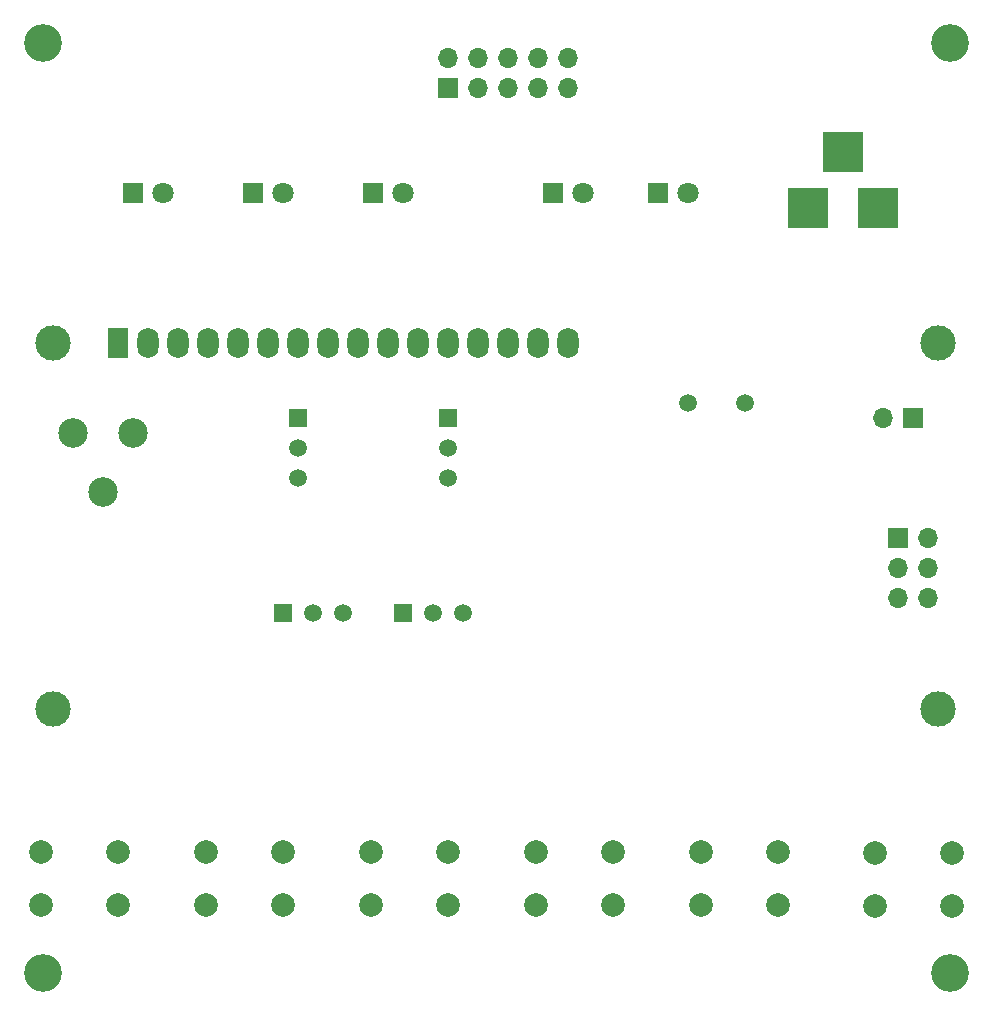
<source format=gbs>
G04 #@! TF.GenerationSoftware,KiCad,Pcbnew,(5.1.10-1-10_14)*
G04 #@! TF.CreationDate,2022-01-06T13:36:13+01:00*
G04 #@! TF.ProjectId,TrainSpeedo,54726169-6e53-4706-9565-646f2e6b6963,1.0a*
G04 #@! TF.SameCoordinates,Original*
G04 #@! TF.FileFunction,Soldermask,Bot*
G04 #@! TF.FilePolarity,Negative*
%FSLAX46Y46*%
G04 Gerber Fmt 4.6, Leading zero omitted, Abs format (unit mm)*
G04 Created by KiCad (PCBNEW (5.1.10-1-10_14)) date 2022-01-06 13:36:13*
%MOMM*%
%LPD*%
G01*
G04 APERTURE LIST*
%ADD10C,1.800000*%
%ADD11R,1.800000X1.800000*%
%ADD12R,3.500000X3.500000*%
%ADD13O,1.700000X1.700000*%
%ADD14R,1.700000X1.700000*%
%ADD15C,2.000000*%
%ADD16C,1.500000*%
%ADD17R,1.520000X1.520000*%
%ADD18C,1.520000*%
%ADD19C,3.000000*%
%ADD20O,1.800000X2.600000*%
%ADD21R,1.800000X2.600000*%
%ADD22C,2.500000*%
%ADD23C,3.200000*%
G04 APERTURE END LIST*
D10*
X151130000Y-68580000D03*
D11*
X148590000Y-68580000D03*
X157480000Y-68580000D03*
D10*
X160020000Y-68580000D03*
X115570000Y-68580000D03*
D11*
X113030000Y-68580000D03*
X123190000Y-68580000D03*
D10*
X125730000Y-68580000D03*
X135890000Y-68580000D03*
D11*
X133350000Y-68580000D03*
D12*
X173180000Y-65150000D03*
X176180000Y-69850000D03*
X170180000Y-69850000D03*
D13*
X149860000Y-57150000D03*
X149860000Y-59690000D03*
X147320000Y-57150000D03*
X147320000Y-59690000D03*
X144780000Y-57150000D03*
X144780000Y-59690000D03*
X142240000Y-57150000D03*
X142240000Y-59690000D03*
X139700000Y-57150000D03*
D14*
X139700000Y-59690000D03*
D13*
X180340000Y-102870000D03*
X177800000Y-102870000D03*
X180340000Y-100330000D03*
X177800000Y-100330000D03*
X180340000Y-97790000D03*
D14*
X177800000Y-97790000D03*
D13*
X176530000Y-87630000D03*
D14*
X179070000Y-87630000D03*
D15*
X111760000Y-124405000D03*
X111760000Y-128905000D03*
X105260000Y-124405000D03*
X105260000Y-128905000D03*
X119230000Y-128905000D03*
X119230000Y-124405000D03*
X125730000Y-128905000D03*
X125730000Y-124405000D03*
X139700000Y-124405000D03*
X139700000Y-128905000D03*
X133200000Y-124405000D03*
X133200000Y-128905000D03*
X161140000Y-128905000D03*
X161140000Y-124405000D03*
X167640000Y-128905000D03*
X167640000Y-124405000D03*
X153670000Y-124405000D03*
X153670000Y-128905000D03*
X147170000Y-124405000D03*
X147170000Y-128905000D03*
X182395000Y-124460000D03*
X182395000Y-128960000D03*
X175895000Y-124460000D03*
X175895000Y-128960000D03*
D16*
X164900000Y-86360000D03*
X160020000Y-86360000D03*
D17*
X127000000Y-87630000D03*
D18*
X127000000Y-92710000D03*
X127000000Y-90170000D03*
D17*
X139700000Y-87630000D03*
D18*
X139700000Y-92710000D03*
X139700000Y-90170000D03*
X128270000Y-104140000D03*
X130810000Y-104140000D03*
D17*
X125730000Y-104140000D03*
D18*
X138430000Y-104140000D03*
X140970000Y-104140000D03*
D17*
X135890000Y-104140000D03*
D19*
X181260000Y-81280000D03*
X181259480Y-112280700D03*
X106260900Y-112280700D03*
X106260900Y-81280000D03*
D20*
X149860000Y-81280000D03*
X147320000Y-81280000D03*
X144780000Y-81280000D03*
X142240000Y-81280000D03*
X139700000Y-81280000D03*
X137160000Y-81280000D03*
X134620000Y-81280000D03*
X132080000Y-81280000D03*
X129540000Y-81280000D03*
X127000000Y-81280000D03*
X124460000Y-81280000D03*
X121920000Y-81280000D03*
X119380000Y-81280000D03*
X116840000Y-81280000D03*
X114300000Y-81280000D03*
D21*
X111760000Y-81280000D03*
D22*
X113030000Y-88900000D03*
X108030000Y-88900000D03*
X110530000Y-93940000D03*
D23*
X105410000Y-55880000D03*
X182245000Y-55880000D03*
X105410000Y-134620000D03*
X182245000Y-134620000D03*
M02*

</source>
